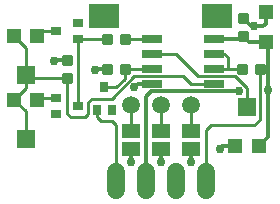
<source format=gbr>
G04 EAGLE Gerber RS-274X export*
G75*
%MOMM*%
%FSLAX34Y34*%
%LPD*%
%INTop Copper*%
%IPPOS*%
%AMOC8*
5,1,8,0,0,1.08239X$1,22.5*%
G01*
%ADD10R,1.651000X0.635000*%
%ADD11R,0.700000X0.900000*%
%ADD12C,0.222250*%
%ADD13R,1.500000X1.600000*%
%ADD14R,1.200000X1.200000*%
%ADD15R,0.900000X0.700000*%
%ADD16R,1.270000X1.270000*%
%ADD17C,1.508000*%
%ADD18R,2.500000X2.000000*%
%ADD19R,1.600200X1.168400*%
%ADD20C,1.524000*%
%ADD21C,0.304800*%
%ADD22C,0.756400*%
%ADD23C,0.254000*%


D10*
X135763Y149225D03*
X135763Y136525D03*
X135763Y123825D03*
X135763Y111125D03*
X188087Y111125D03*
X188087Y123825D03*
X188087Y136525D03*
X188087Y149225D03*
D11*
X88750Y88925D03*
X95250Y107925D03*
X101750Y88925D03*
D12*
X60166Y128111D02*
X60166Y134779D01*
X66834Y134779D01*
X66834Y128111D01*
X60166Y128111D01*
X60166Y130223D02*
X66834Y130223D01*
X66834Y132335D02*
X60166Y132335D01*
X60166Y134447D02*
X66834Y134447D01*
X60166Y119539D02*
X60166Y112871D01*
X60166Y119539D02*
X66834Y119539D01*
X66834Y112871D01*
X60166Y112871D01*
X60166Y114983D02*
X66834Y114983D01*
X66834Y117095D02*
X60166Y117095D01*
X60166Y119207D02*
X66834Y119207D01*
D13*
X215900Y91200D03*
D14*
X205900Y57950D03*
X225900Y57950D03*
D12*
X115729Y127159D02*
X109061Y127159D01*
X115729Y127159D02*
X115729Y120491D01*
X109061Y120491D01*
X109061Y127159D01*
X109061Y122603D02*
X115729Y122603D01*
X115729Y124715D02*
X109061Y124715D01*
X109061Y126827D02*
X115729Y126827D01*
X100489Y127159D02*
X93821Y127159D01*
X100489Y127159D02*
X100489Y120491D01*
X93821Y120491D01*
X93821Y127159D01*
X93821Y122603D02*
X100489Y122603D01*
X100489Y124715D02*
X93821Y124715D01*
X93821Y126827D02*
X100489Y126827D01*
X100489Y145891D02*
X93821Y145891D01*
X93821Y152559D01*
X100489Y152559D01*
X100489Y145891D01*
X100489Y148003D02*
X93821Y148003D01*
X93821Y150115D02*
X100489Y150115D01*
X100489Y152227D02*
X93821Y152227D01*
X109061Y145891D02*
X115729Y145891D01*
X109061Y145891D02*
X109061Y152559D01*
X115729Y152559D01*
X115729Y145891D01*
X115729Y148003D02*
X109061Y148003D01*
X109061Y150115D02*
X115729Y150115D01*
X115729Y152227D02*
X109061Y152227D01*
D15*
X73000Y149075D03*
X54000Y155575D03*
X73000Y162075D03*
D13*
X28575Y118350D03*
D14*
X38575Y151600D03*
X18575Y151600D03*
D15*
X54000Y98575D03*
X73000Y92075D03*
X54000Y85575D03*
D13*
X28575Y64375D03*
D14*
X38575Y97625D03*
X18575Y97625D03*
D12*
X223361Y127159D02*
X230029Y127159D01*
X230029Y120491D01*
X223361Y120491D01*
X223361Y127159D01*
X223361Y122603D02*
X230029Y122603D01*
X230029Y124715D02*
X223361Y124715D01*
X223361Y126827D02*
X230029Y126827D01*
X214789Y127159D02*
X208121Y127159D01*
X214789Y127159D02*
X214789Y120491D01*
X208121Y120491D01*
X208121Y127159D01*
X208121Y122603D02*
X214789Y122603D01*
X214789Y124715D02*
X208121Y124715D01*
X208121Y126827D02*
X214789Y126827D01*
X209391Y163036D02*
X209391Y169704D01*
X216059Y169704D01*
X216059Y163036D01*
X209391Y163036D01*
X209391Y165148D02*
X216059Y165148D01*
X216059Y167260D02*
X209391Y167260D01*
X209391Y169372D02*
X216059Y169372D01*
X209391Y154464D02*
X209391Y147796D01*
X209391Y154464D02*
X216059Y154464D01*
X216059Y147796D01*
X209391Y147796D01*
X209391Y149908D02*
X216059Y149908D01*
X216059Y152020D02*
X209391Y152020D01*
X209391Y154132D02*
X216059Y154132D01*
D16*
X231775Y146050D03*
X231775Y171450D03*
D17*
X117875Y93275D03*
X142875Y93275D03*
X168675Y93275D03*
D18*
X95375Y168275D03*
X190375Y168275D03*
D19*
X168275Y55880D03*
X168275Y71120D03*
X142875Y55880D03*
X142875Y71120D03*
X117475Y55880D03*
X117475Y71120D03*
D20*
X104775Y36195D02*
X104775Y20955D01*
X130175Y20955D02*
X130175Y36195D01*
X155575Y36195D02*
X155575Y20955D01*
X180975Y20955D02*
X180975Y36195D01*
D21*
X117475Y44450D02*
X117475Y55880D01*
D22*
X117475Y44450D03*
D21*
X142875Y44450D02*
X142875Y55880D01*
D22*
X142875Y44450D03*
D21*
X168275Y44450D02*
X168275Y55880D01*
D22*
X168275Y44450D03*
D21*
X212725Y166370D02*
X212725Y168303D01*
X230188Y173038D02*
X231775Y171450D01*
X97155Y123825D02*
X88900Y123825D01*
X87313Y122238D01*
D22*
X87313Y122238D03*
D21*
X229711Y173514D02*
X231775Y171450D01*
X219551Y159544D02*
X212725Y166370D01*
X219551Y159544D02*
X222250Y159544D01*
D22*
X222250Y159544D03*
D21*
X231775Y161925D02*
X231775Y171450D01*
X231775Y161925D02*
X229394Y159544D01*
X222250Y159544D01*
X63500Y131445D02*
X53658Y131445D01*
X52388Y130175D01*
D22*
X52388Y130175D03*
D21*
X123600Y111125D02*
X135763Y111125D01*
X123600Y111125D02*
X120537Y108063D01*
D22*
X120537Y108063D03*
D21*
X195269Y57950D02*
X205900Y57950D01*
X195269Y57950D02*
X192881Y55563D01*
D22*
X192881Y55563D03*
D23*
X97155Y149225D02*
X97005Y149075D01*
X73000Y149075D01*
X73000Y92075D01*
X54000Y98575D02*
X39525Y98575D01*
X38575Y97625D01*
X42550Y155575D02*
X54000Y155575D01*
X42550Y155575D02*
X38575Y151600D01*
X112395Y149225D02*
X135763Y149225D01*
X135763Y136525D02*
X155575Y136525D01*
X215900Y107190D02*
X215900Y91200D01*
X215900Y107190D02*
X205615Y117475D01*
X174625Y117475D01*
X155575Y136525D01*
X135763Y123825D02*
X112395Y123825D01*
X112395Y115094D01*
X105226Y107925D01*
X95250Y107925D01*
X28575Y141600D02*
X18575Y151600D01*
X28575Y141600D02*
X28575Y118350D01*
X28575Y107625D02*
X18575Y97625D01*
X28575Y107625D02*
X28575Y118350D01*
X18575Y97625D02*
X28575Y87625D01*
X28575Y64375D01*
X30720Y116205D02*
X63500Y116205D01*
X30720Y116205D02*
X28575Y118350D01*
X63500Y116205D02*
X63500Y85725D01*
X66675Y82550D01*
X78487Y82550D01*
X81662Y85725D01*
X81662Y95156D01*
X84931Y98425D01*
X101600Y98425D01*
X168275Y111125D02*
X188087Y111125D01*
X120650Y117475D02*
X101600Y98425D01*
X120650Y117475D02*
X161925Y117475D01*
X168275Y111125D01*
X200025Y123825D02*
X211455Y123825D01*
X200025Y123825D02*
X188087Y123825D01*
X188087Y136525D02*
X196850Y136525D01*
X200025Y133350D01*
X200025Y123825D01*
X226695Y123825D02*
X226695Y80645D01*
X222250Y76200D01*
X180975Y71438D02*
X180975Y28575D01*
X185738Y76200D02*
X222250Y76200D01*
X185738Y76200D02*
X180975Y71438D01*
X104775Y76200D02*
X101600Y79375D01*
X92075Y79375D01*
X88750Y82700D02*
X88750Y88925D01*
X104775Y76200D02*
X104775Y28575D01*
X92075Y79375D02*
X88750Y82700D01*
X168275Y92875D02*
X168275Y71120D01*
X168275Y92875D02*
X168675Y93275D01*
X142875Y93275D02*
X142875Y71120D01*
X117475Y71120D02*
X117475Y92875D01*
X117875Y93275D01*
D21*
X188087Y149225D02*
X210820Y149225D01*
X212725Y151130D01*
X217805Y146050D02*
X231775Y146050D01*
X217805Y146050D02*
X212725Y151130D01*
X231775Y146050D02*
X234188Y143637D01*
X130175Y100013D02*
X130175Y28575D01*
X234188Y105692D02*
X234188Y143637D01*
D22*
X234188Y105692D03*
X209284Y104506D03*
D21*
X134669Y104506D01*
X130175Y100013D01*
X234188Y105692D02*
X234188Y66238D01*
X225900Y57950D01*
M02*

</source>
